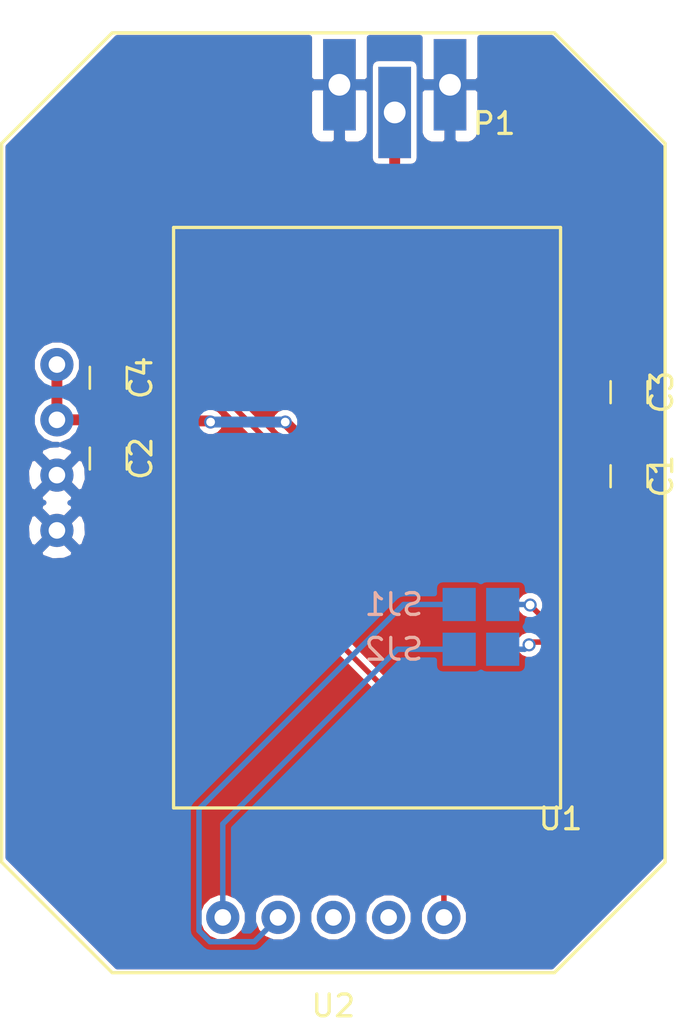
<source format=kicad_pcb>
(kicad_pcb (version 4) (host pcbnew 4.0.7-e2-6376~58~ubuntu16.04.1)

  (general
    (links 33)
    (no_connects 0)
    (area 0 0 0 0)
    (thickness 1.6)
    (drawings 0)
    (tracks 48)
    (zones 0)
    (modules 9)
    (nets 39)
  )

  (page A4)
  (layers
    (0 F.Cu signal)
    (31 B.Cu signal)
    (32 B.Adhes user)
    (33 F.Adhes user)
    (34 B.Paste user)
    (35 F.Paste user)
    (36 B.SilkS user)
    (37 F.SilkS user)
    (38 B.Mask user)
    (39 F.Mask user)
    (40 Dwgs.User user)
    (41 Cmts.User user)
    (42 Eco1.User user)
    (43 Eco2.User user)
    (44 Edge.Cuts user)
    (45 Margin user)
    (46 B.CrtYd user)
    (47 F.CrtYd user)
    (48 B.Fab user)
    (49 F.Fab user)
  )

  (setup
    (last_trace_width 0.25)
    (trace_clearance 0.2)
    (zone_clearance 0.25)
    (zone_45_only no)
    (trace_min 0.2)
    (segment_width 0.2)
    (edge_width 0.15)
    (via_size 0.6)
    (via_drill 0.4)
    (via_min_size 0.4)
    (via_min_drill 0.3)
    (uvia_size 0.3)
    (uvia_drill 0.1)
    (uvias_allowed no)
    (uvia_min_size 0.2)
    (uvia_min_drill 0.1)
    (pcb_text_width 0.3)
    (pcb_text_size 1.5 1.5)
    (mod_edge_width 0.15)
    (mod_text_size 1 1)
    (mod_text_width 0.15)
    (pad_size 1.524 1.524)
    (pad_drill 0.762)
    (pad_to_mask_clearance 0.2)
    (aux_axis_origin 0 0)
    (visible_elements FFFFFF7F)
    (pcbplotparams
      (layerselection 0x00030_80000001)
      (usegerberextensions false)
      (excludeedgelayer true)
      (linewidth 0.100000)
      (plotframeref false)
      (viasonmask false)
      (mode 1)
      (useauxorigin false)
      (hpglpennumber 1)
      (hpglpenspeed 20)
      (hpglpendiameter 15)
      (hpglpenoverlay 2)
      (psnegative false)
      (psa4output false)
      (plotreference true)
      (plotvalue true)
      (plotinvisibletext false)
      (padsonsilk false)
      (subtractmaskfromsilk false)
      (outputformat 1)
      (mirror false)
      (drillshape 1)
      (scaleselection 1)
      (outputdirectory ""))
  )

  (net 0 "")
  (net 1 +3V3)
  (net 2 GND)
  (net 3 "Net-(P1-Pad2)")
  (net 4 "Net-(SJ1-Pad1)")
  (net 5 "Net-(SJ1-Pad2)")
  (net 6 "Net-(SJ2-Pad1)")
  (net 7 "Net-(SJ2-Pad2)")
  (net 8 "Net-(U1-Pad2)")
  (net 9 "Net-(U1-Pad3)")
  (net 10 "Net-(U1-Pad4)")
  (net 11 "Net-(U1-Pad5)")
  (net 12 "Net-(U1-Pad9)")
  (net 13 "Net-(U1-Pad10)")
  (net 14 "Net-(U1-Pad13)")
  (net 15 "Net-(U1-Pad14)")
  (net 16 "Net-(U1-Pad15)")
  (net 17 "Net-(U1-Pad16)")
  (net 18 "Net-(U1-Pad17)")
  (net 19 "Net-(U1-Pad18)")
  (net 20 "Net-(U1-Pad19)")
  (net 21 "Net-(U1-Pad25)")
  (net 22 "Net-(U1-Pad29)")
  (net 23 "Net-(U1-Pad30)")
  (net 24 "Net-(U1-Pad31)")
  (net 25 rn2483_reset)
  (net 26 "Net-(U1-Pad35)")
  (net 27 "Net-(U1-Pad36)")
  (net 28 "Net-(U1-Pad37)")
  (net 29 "Net-(U1-Pad38)")
  (net 30 "Net-(U1-Pad39)")
  (net 31 "Net-(U1-Pad40)")
  (net 32 "Net-(U1-Pad42)")
  (net 33 "Net-(U1-Pad43)")
  (net 34 "Net-(U1-Pad44)")
  (net 35 "Net-(U1-Pad45)")
  (net 36 "Net-(U1-Pad46)")
  (net 37 "Net-(U2-Pad7)")
  (net 38 "Net-(U2-Pad8)")

  (net_class Default "This is the default net class."
    (clearance 0.2)
    (trace_width 0.25)
    (via_dia 0.6)
    (via_drill 0.4)
    (uvia_dia 0.3)
    (uvia_drill 0.1)
    (add_net +3V3)
    (add_net GND)
    (add_net "Net-(P1-Pad2)")
    (add_net "Net-(SJ1-Pad1)")
    (add_net "Net-(SJ1-Pad2)")
    (add_net "Net-(SJ2-Pad1)")
    (add_net "Net-(SJ2-Pad2)")
    (add_net "Net-(U1-Pad10)")
    (add_net "Net-(U1-Pad13)")
    (add_net "Net-(U1-Pad14)")
    (add_net "Net-(U1-Pad15)")
    (add_net "Net-(U1-Pad16)")
    (add_net "Net-(U1-Pad17)")
    (add_net "Net-(U1-Pad18)")
    (add_net "Net-(U1-Pad19)")
    (add_net "Net-(U1-Pad2)")
    (add_net "Net-(U1-Pad25)")
    (add_net "Net-(U1-Pad29)")
    (add_net "Net-(U1-Pad3)")
    (add_net "Net-(U1-Pad30)")
    (add_net "Net-(U1-Pad31)")
    (add_net "Net-(U1-Pad35)")
    (add_net "Net-(U1-Pad36)")
    (add_net "Net-(U1-Pad37)")
    (add_net "Net-(U1-Pad38)")
    (add_net "Net-(U1-Pad39)")
    (add_net "Net-(U1-Pad4)")
    (add_net "Net-(U1-Pad40)")
    (add_net "Net-(U1-Pad42)")
    (add_net "Net-(U1-Pad43)")
    (add_net "Net-(U1-Pad44)")
    (add_net "Net-(U1-Pad45)")
    (add_net "Net-(U1-Pad46)")
    (add_net "Net-(U1-Pad5)")
    (add_net "Net-(U1-Pad9)")
    (add_net "Net-(U2-Pad7)")
    (add_net "Net-(U2-Pad8)")
    (add_net rn2483_reset)
  )

  (module lorawan_module:SMD_0805 (layer F.Cu) (tedit 58AA8463) (tstamp 5A15C9F6)
    (at 158.1912 97.4852 270)
    (descr "Capacitor SMD 0805, reflow soldering, AVX (see smccp.pdf)")
    (tags "capacitor 0805")
    (path /5A15F382)
    (attr smd)
    (fp_text reference C1 (at 0 -1.5 270) (layer F.SilkS)
      (effects (font (size 1 1) (thickness 0.15)))
    )
    (fp_text value 100n (at 0 1.75 270) (layer F.Fab)
      (effects (font (size 1 1) (thickness 0.15)))
    )
    (fp_text user %R (at 0 -1.5 270) (layer F.Fab)
      (effects (font (size 1 1) (thickness 0.15)))
    )
    (fp_line (start -1 0.62) (end -1 -0.62) (layer F.Fab) (width 0.1))
    (fp_line (start 1 0.62) (end -1 0.62) (layer F.Fab) (width 0.1))
    (fp_line (start 1 -0.62) (end 1 0.62) (layer F.Fab) (width 0.1))
    (fp_line (start -1 -0.62) (end 1 -0.62) (layer F.Fab) (width 0.1))
    (fp_line (start 0.5 -0.85) (end -0.5 -0.85) (layer F.SilkS) (width 0.12))
    (fp_line (start -0.5 0.85) (end 0.5 0.85) (layer F.SilkS) (width 0.12))
    (fp_line (start -1.75 -0.88) (end 1.75 -0.88) (layer F.CrtYd) (width 0.05))
    (fp_line (start -1.75 -0.88) (end -1.75 0.87) (layer F.CrtYd) (width 0.05))
    (fp_line (start 1.75 0.87) (end 1.75 -0.88) (layer F.CrtYd) (width 0.05))
    (fp_line (start 1.75 0.87) (end -1.75 0.87) (layer F.CrtYd) (width 0.05))
    (pad 1 smd rect (at -1 0 270) (size 1 1.25) (layers F.Cu F.Paste F.Mask)
      (net 1 +3V3))
    (pad 2 smd rect (at 1 0 270) (size 1 1.25) (layers F.Cu F.Paste F.Mask)
      (net 2 GND))
    (model Capacitors_SMD.3dshapes/C_0805.wrl
      (at (xyz 0 0 0))
      (scale (xyz 1 1 1))
      (rotate (xyz 0 0 0))
    )
  )

  (module lorawan_module:SMD_0805 (layer F.Cu) (tedit 58AA8463) (tstamp 5A15C9FC)
    (at 134.2644 96.6724 270)
    (descr "Capacitor SMD 0805, reflow soldering, AVX (see smccp.pdf)")
    (tags "capacitor 0805")
    (path /5A15F2E0)
    (attr smd)
    (fp_text reference C2 (at 0 -1.5 270) (layer F.SilkS)
      (effects (font (size 1 1) (thickness 0.15)))
    )
    (fp_text value 56p (at 0 1.75 270) (layer F.Fab)
      (effects (font (size 1 1) (thickness 0.15)))
    )
    (fp_text user %R (at 0 -1.5 270) (layer F.Fab)
      (effects (font (size 1 1) (thickness 0.15)))
    )
    (fp_line (start -1 0.62) (end -1 -0.62) (layer F.Fab) (width 0.1))
    (fp_line (start 1 0.62) (end -1 0.62) (layer F.Fab) (width 0.1))
    (fp_line (start 1 -0.62) (end 1 0.62) (layer F.Fab) (width 0.1))
    (fp_line (start -1 -0.62) (end 1 -0.62) (layer F.Fab) (width 0.1))
    (fp_line (start 0.5 -0.85) (end -0.5 -0.85) (layer F.SilkS) (width 0.12))
    (fp_line (start -0.5 0.85) (end 0.5 0.85) (layer F.SilkS) (width 0.12))
    (fp_line (start -1.75 -0.88) (end 1.75 -0.88) (layer F.CrtYd) (width 0.05))
    (fp_line (start -1.75 -0.88) (end -1.75 0.87) (layer F.CrtYd) (width 0.05))
    (fp_line (start 1.75 0.87) (end 1.75 -0.88) (layer F.CrtYd) (width 0.05))
    (fp_line (start 1.75 0.87) (end -1.75 0.87) (layer F.CrtYd) (width 0.05))
    (pad 1 smd rect (at -1 0 270) (size 1 1.25) (layers F.Cu F.Paste F.Mask)
      (net 1 +3V3))
    (pad 2 smd rect (at 1 0 270) (size 1 1.25) (layers F.Cu F.Paste F.Mask)
      (net 2 GND))
    (model Capacitors_SMD.3dshapes/C_0805.wrl
      (at (xyz 0 0 0))
      (scale (xyz 1 1 1))
      (rotate (xyz 0 0 0))
    )
  )

  (module lorawan_module:SMD_0805 (layer F.Cu) (tedit 58AA8463) (tstamp 5A15CA02)
    (at 158.1912 93.6244 270)
    (descr "Capacitor SMD 0805, reflow soldering, AVX (see smccp.pdf)")
    (tags "capacitor 0805")
    (path /5A15F25C)
    (attr smd)
    (fp_text reference C3 (at 0 -1.5 270) (layer F.SilkS)
      (effects (font (size 1 1) (thickness 0.15)))
    )
    (fp_text value 56p (at 0 1.75 270) (layer F.Fab)
      (effects (font (size 1 1) (thickness 0.15)))
    )
    (fp_text user %R (at 0 -1.5 270) (layer F.Fab)
      (effects (font (size 1 1) (thickness 0.15)))
    )
    (fp_line (start -1 0.62) (end -1 -0.62) (layer F.Fab) (width 0.1))
    (fp_line (start 1 0.62) (end -1 0.62) (layer F.Fab) (width 0.1))
    (fp_line (start 1 -0.62) (end 1 0.62) (layer F.Fab) (width 0.1))
    (fp_line (start -1 -0.62) (end 1 -0.62) (layer F.Fab) (width 0.1))
    (fp_line (start 0.5 -0.85) (end -0.5 -0.85) (layer F.SilkS) (width 0.12))
    (fp_line (start -0.5 0.85) (end 0.5 0.85) (layer F.SilkS) (width 0.12))
    (fp_line (start -1.75 -0.88) (end 1.75 -0.88) (layer F.CrtYd) (width 0.05))
    (fp_line (start -1.75 -0.88) (end -1.75 0.87) (layer F.CrtYd) (width 0.05))
    (fp_line (start 1.75 0.87) (end 1.75 -0.88) (layer F.CrtYd) (width 0.05))
    (fp_line (start 1.75 0.87) (end -1.75 0.87) (layer F.CrtYd) (width 0.05))
    (pad 1 smd rect (at -1 0 270) (size 1 1.25) (layers F.Cu F.Paste F.Mask)
      (net 2 GND))
    (pad 2 smd rect (at 1 0 270) (size 1 1.25) (layers F.Cu F.Paste F.Mask)
      (net 1 +3V3))
    (model Capacitors_SMD.3dshapes/C_0805.wrl
      (at (xyz 0 0 0))
      (scale (xyz 1 1 1))
      (rotate (xyz 0 0 0))
    )
  )

  (module lorawan_module:SMD_0805 (layer F.Cu) (tedit 58AA8463) (tstamp 5A15CA08)
    (at 134.2644 92.964 270)
    (descr "Capacitor SMD 0805, reflow soldering, AVX (see smccp.pdf)")
    (tags "capacitor 0805")
    (path /5A15F2B2)
    (attr smd)
    (fp_text reference C4 (at 0 -1.5 270) (layer F.SilkS)
      (effects (font (size 1 1) (thickness 0.15)))
    )
    (fp_text value 100n (at 0 1.75 270) (layer F.Fab)
      (effects (font (size 1 1) (thickness 0.15)))
    )
    (fp_text user %R (at 0 -1.5 270) (layer F.Fab)
      (effects (font (size 1 1) (thickness 0.15)))
    )
    (fp_line (start -1 0.62) (end -1 -0.62) (layer F.Fab) (width 0.1))
    (fp_line (start 1 0.62) (end -1 0.62) (layer F.Fab) (width 0.1))
    (fp_line (start 1 -0.62) (end 1 0.62) (layer F.Fab) (width 0.1))
    (fp_line (start -1 -0.62) (end 1 -0.62) (layer F.Fab) (width 0.1))
    (fp_line (start 0.5 -0.85) (end -0.5 -0.85) (layer F.SilkS) (width 0.12))
    (fp_line (start -0.5 0.85) (end 0.5 0.85) (layer F.SilkS) (width 0.12))
    (fp_line (start -1.75 -0.88) (end 1.75 -0.88) (layer F.CrtYd) (width 0.05))
    (fp_line (start -1.75 -0.88) (end -1.75 0.87) (layer F.CrtYd) (width 0.05))
    (fp_line (start 1.75 0.87) (end 1.75 -0.88) (layer F.CrtYd) (width 0.05))
    (fp_line (start 1.75 0.87) (end -1.75 0.87) (layer F.CrtYd) (width 0.05))
    (pad 1 smd rect (at -1 0 270) (size 1 1.25) (layers F.Cu F.Paste F.Mask)
      (net 2 GND))
    (pad 2 smd rect (at 1 0 270) (size 1 1.25) (layers F.Cu F.Paste F.Mask)
      (net 1 +3V3))
    (model Capacitors_SMD.3dshapes/C_0805.wrl
      (at (xyz 0 0 0))
      (scale (xyz 1 1 1))
      (rotate (xyz 0 0 0))
    )
  )

  (module lorawan_module:sma_conn (layer F.Cu) (tedit 59158A7E) (tstamp 5A15CA0F)
    (at 147.4216 80.899)
    (path /5A15F860)
    (fp_text reference P1 (at 4.572 0.381) (layer F.SilkS)
      (effects (font (size 1 1) (thickness 0.15)))
    )
    (fp_text value SMA_mini (at 0.127 -4.445) (layer F.Fab)
      (effects (font (size 1 1) (thickness 0.15)))
    )
    (pad 1 thru_hole rect (at -2.54 -1.397) (size 1.5 4.2) (drill 1) (layers *.Cu *.Mask)
      (net 2 GND))
    (pad 2 thru_hole rect (at 0 -0.127) (size 1.5 4.2) (drill 1) (layers *.Cu *.Mask)
      (net 3 "Net-(P1-Pad2)"))
    (pad 3 thru_hole rect (at 2.54 -1.397) (size 1.5 4.2) (drill 1) (layers *.Cu *.Mask)
      (net 2 GND))
  )

  (module lorawan_module:RN2483_top (layer F.Cu) (tedit 58E5278E) (tstamp 5A15CA4E)
    (at 137.2616 112.7252)
    (path /5A15BEEC)
    (fp_text reference U1 (at 17.78 0.5) (layer F.SilkS)
      (effects (font (size 1 1) (thickness 0.15)))
    )
    (fp_text value RN2483 (at 17.78 -0.5) (layer F.Fab)
      (effects (font (size 1 1) (thickness 0.15)))
    )
    (fp_line (start 0 0) (end 17.78 0) (layer F.SilkS) (width 0.15))
    (fp_line (start 17.78 0) (end 17.78 -26.67) (layer F.SilkS) (width 0.15))
    (fp_line (start 17.78 -26.67) (end 0 -26.67) (layer F.SilkS) (width 0.15))
    (fp_line (start 0 -26.67) (end 0 0) (layer F.SilkS) (width 0.15))
    (pad 1 smd rect (at 18.415 -1.27) (size 1.8 1) (layers F.Cu F.Paste F.Mask)
      (net 2 GND))
    (pad 2 smd rect (at 18.415 -2.54) (size 1.8 1) (layers F.Cu F.Paste F.Mask)
      (net 8 "Net-(U1-Pad2)"))
    (pad 3 smd rect (at 18.415 -3.81) (size 1.8 1) (layers F.Cu F.Paste F.Mask)
      (net 9 "Net-(U1-Pad3)"))
    (pad 4 smd rect (at 18.415 -5.08) (size 1.8 1) (layers F.Cu F.Paste F.Mask)
      (net 10 "Net-(U1-Pad4)"))
    (pad 5 smd rect (at 18.415 -6.35) (size 1.8 1) (layers F.Cu F.Paste F.Mask)
      (net 11 "Net-(U1-Pad5)"))
    (pad 6 smd rect (at 18.415 -7.62) (size 1.8 1) (layers F.Cu F.Paste F.Mask)
      (net 6 "Net-(SJ2-Pad1)"))
    (pad 7 smd rect (at 18.415 -8.89) (size 1.8 1) (layers F.Cu F.Paste F.Mask)
      (net 4 "Net-(SJ1-Pad1)"))
    (pad 8 smd rect (at 18.415 -10.16) (size 1.8 1) (layers F.Cu F.Paste F.Mask)
      (net 2 GND))
    (pad 9 smd rect (at 18.415 -11.43) (size 1.8 1) (layers F.Cu F.Paste F.Mask)
      (net 12 "Net-(U1-Pad9)"))
    (pad 10 smd rect (at 18.415 -12.7) (size 1.8 1) (layers F.Cu F.Paste F.Mask)
      (net 13 "Net-(U1-Pad10)"))
    (pad 11 smd rect (at 18.415 -13.97) (size 1.8 1) (layers F.Cu F.Paste F.Mask)
      (net 2 GND))
    (pad 12 smd rect (at 18.415 -15.24) (size 1.8 1) (layers F.Cu F.Paste F.Mask)
      (net 1 +3V3))
    (pad 13 smd rect (at 18.415 -16.51) (size 1.8 1) (layers F.Cu F.Paste F.Mask)
      (net 14 "Net-(U1-Pad13)"))
    (pad 14 smd rect (at 18.415 -17.78) (size 1.8 1) (layers F.Cu F.Paste F.Mask)
      (net 15 "Net-(U1-Pad14)"))
    (pad 15 smd rect (at 18.415 -19.05) (size 1.8 1) (layers F.Cu F.Paste F.Mask)
      (net 16 "Net-(U1-Pad15)"))
    (pad 16 smd rect (at 18.415 -20.32) (size 1.8 1) (layers F.Cu F.Paste F.Mask)
      (net 17 "Net-(U1-Pad16)"))
    (pad 17 smd rect (at 18.415 -21.59) (size 1.8 1) (layers F.Cu F.Paste F.Mask)
      (net 18 "Net-(U1-Pad17)"))
    (pad 18 smd rect (at 18.415 -22.86) (size 1.8 1) (layers F.Cu F.Paste F.Mask)
      (net 19 "Net-(U1-Pad18)"))
    (pad 19 smd rect (at 18.415 -24.13) (size 1.8 1) (layers F.Cu F.Paste F.Mask)
      (net 20 "Net-(U1-Pad19)"))
    (pad 20 smd rect (at 18.415 -25.4) (size 1.8 1) (layers F.Cu F.Paste F.Mask)
      (net 2 GND))
    (pad 21 smd rect (at 12.7 -27.305) (size 1 1.8) (layers F.Cu F.Paste F.Mask)
      (net 2 GND))
    (pad 22 smd rect (at 11.43 -27.305) (size 1 1.8) (layers F.Cu F.Paste F.Mask)
      (net 2 GND))
    (pad 23 smd rect (at 10.16 -27.305) (size 1 1.8) (layers F.Cu F.Paste F.Mask)
      (net 3 "Net-(P1-Pad2)"))
    (pad 24 smd rect (at 8.89 -27.305) (size 1 1.8) (layers F.Cu F.Paste F.Mask)
      (net 2 GND))
    (pad 25 smd rect (at 7.62 -27.305) (size 1 1.8) (layers F.Cu F.Paste F.Mask)
      (net 21 "Net-(U1-Pad25)"))
    (pad 26 smd rect (at 6.35 -27.305) (size 1 1.8) (layers F.Cu F.Paste F.Mask)
      (net 2 GND))
    (pad 27 smd rect (at 5.08 -27.305) (size 1 1.8) (layers F.Cu F.Paste F.Mask)
      (net 2 GND))
    (pad 28 smd rect (at -0.635 -25.4) (size 1.8 1) (layers F.Cu F.Paste F.Mask)
      (net 2 GND))
    (pad 29 smd rect (at -0.635 -24.13) (size 1.8 1) (layers F.Cu F.Paste F.Mask)
      (net 22 "Net-(U1-Pad29)"))
    (pad 30 smd rect (at -0.635 -22.86) (size 1.8 1) (layers F.Cu F.Paste F.Mask)
      (net 23 "Net-(U1-Pad30)"))
    (pad 31 smd rect (at -0.635 -21.59) (size 1.8 1) (layers F.Cu F.Paste F.Mask)
      (net 24 "Net-(U1-Pad31)"))
    (pad 32 smd rect (at -0.635 -20.32) (size 1.8 1) (layers F.Cu F.Paste F.Mask)
      (net 25 rn2483_reset))
    (pad 33 smd rect (at -0.635 -19.05) (size 1.8 1) (layers F.Cu F.Paste F.Mask)
      (net 2 GND))
    (pad 34 smd rect (at -0.635 -17.78) (size 1.8 1) (layers F.Cu F.Paste F.Mask)
      (net 1 +3V3))
    (pad 35 smd rect (at -0.635 -16.51) (size 1.8 1) (layers F.Cu F.Paste F.Mask)
      (net 26 "Net-(U1-Pad35)"))
    (pad 36 smd rect (at -0.635 -15.24) (size 1.8 1) (layers F.Cu F.Paste F.Mask)
      (net 27 "Net-(U1-Pad36)"))
    (pad 37 smd rect (at -0.635 -13.97) (size 1.8 1) (layers F.Cu F.Paste F.Mask)
      (net 28 "Net-(U1-Pad37)"))
    (pad 38 smd rect (at -0.635 -12.7) (size 1.8 1) (layers F.Cu F.Paste F.Mask)
      (net 29 "Net-(U1-Pad38)"))
    (pad 39 smd rect (at -0.635 -11.43) (size 1.8 1) (layers F.Cu F.Paste F.Mask)
      (net 30 "Net-(U1-Pad39)"))
    (pad 40 smd rect (at -0.635 -10.16) (size 1.8 1) (layers F.Cu F.Paste F.Mask)
      (net 31 "Net-(U1-Pad40)"))
    (pad 41 smd rect (at -0.635 -8.89) (size 1.8 1) (layers F.Cu F.Paste F.Mask)
      (net 2 GND))
    (pad 42 smd rect (at -0.635 -7.62) (size 1.8 1) (layers F.Cu F.Paste F.Mask)
      (net 32 "Net-(U1-Pad42)"))
    (pad 43 smd rect (at -0.635 -6.35) (size 1.8 1) (layers F.Cu F.Paste F.Mask)
      (net 33 "Net-(U1-Pad43)"))
    (pad 44 smd rect (at -0.635 -5.08) (size 1.8 1) (layers F.Cu F.Paste F.Mask)
      (net 34 "Net-(U1-Pad44)"))
    (pad 45 smd rect (at -0.635 -3.81) (size 1.8 1) (layers F.Cu F.Paste F.Mask)
      (net 35 "Net-(U1-Pad45)"))
    (pad 46 smd rect (at -0.635 -2.54) (size 1.8 1) (layers F.Cu F.Paste F.Mask)
      (net 36 "Net-(U1-Pad46)"))
    (pad 47 smd rect (at -0.635 -1.27) (size 1.8 1) (layers F.Cu F.Paste F.Mask)
      (net 2 GND))
  )

  (module lorawan_module:wireless_footprint (layer F.Cu) (tedit 5933F763) (tstamp 5A15CA5B)
    (at 147.1422 105.0544)
    (path /5A15BF43)
    (fp_text reference U2 (at -2.54 16.764) (layer F.SilkS)
      (effects (font (size 1 1) (thickness 0.15)))
    )
    (fp_text value wireless_patice (at -2.54 -29.21) (layer F.Fab) hide
      (effects (font (size 1 1) (thickness 0.15)))
    )
    (fp_line (start -12.7 -27.94) (end 7.62 -27.94) (layer F.SilkS) (width 0.15))
    (fp_line (start 12.7 10.16) (end 12.7 -22.86) (layer F.SilkS) (width 0.15))
    (fp_line (start -12.7 15.24) (end 7.62 15.24) (layer F.SilkS) (width 0.15))
    (fp_line (start -17.78 -22.86) (end -17.78 10.16) (layer F.SilkS) (width 0.15))
    (fp_line (start -12.7 15.24) (end -17.78 10.16) (layer F.SilkS) (width 0.15))
    (fp_line (start 7.62 15.24) (end 12.7 10.16) (layer F.SilkS) (width 0.15))
    (fp_line (start 7.62 -27.94) (end 12.7 -22.86) (layer F.SilkS) (width 0.15))
    (fp_line (start -17.78 -22.86) (end -12.7 -27.94) (layer F.SilkS) (width 0.15))
    (pad 1 thru_hole circle (at -15.24 -12.7) (size 1.524 1.524) (drill 0.762) (layers *.Cu *.Mask)
      (net 1 +3V3))
    (pad 2 thru_hole circle (at -15.24 -10.16) (size 1.524 1.524) (drill 0.762) (layers *.Cu *.Mask)
      (net 1 +3V3))
    (pad 3 thru_hole circle (at -15.24 -7.62) (size 1.524 1.524) (drill 0.762) (layers *.Cu *.Mask)
      (net 2 GND))
    (pad 4 thru_hole circle (at -15.24 -5.08) (size 1.524 1.524) (drill 0.762) (layers *.Cu *.Mask)
      (net 2 GND))
    (pad 5 thru_hole circle (at -7.62 12.7) (size 1.524 1.524) (drill 0.762) (layers *.Cu *.Mask)
      (net 7 "Net-(SJ2-Pad2)"))
    (pad 6 thru_hole circle (at -5.08 12.7) (size 1.524 1.524) (drill 0.762) (layers *.Cu *.Mask)
      (net 5 "Net-(SJ1-Pad2)"))
    (pad 7 thru_hole circle (at -2.54 12.7) (size 1.524 1.524) (drill 0.762) (layers *.Cu *.Mask)
      (net 37 "Net-(U2-Pad7)"))
    (pad 8 thru_hole circle (at 0 12.7) (size 1.524 1.524) (drill 0.762) (layers *.Cu *.Mask)
      (net 38 "Net-(U2-Pad8)"))
    (pad 9 thru_hole circle (at 2.54 12.7) (size 1.524 1.524) (drill 0.762) (layers *.Cu *.Mask)
      (net 25 rn2483_reset))
  )

  (module lorawan_module:solder_jumper_bott (layer F.Cu) (tedit 5933F0D1) (tstamp 5A15CC56)
    (at 151.384 103.378 180)
    (path /5A15F19C)
    (fp_text reference SJ1 (at 4 0 180) (layer B.SilkS)
      (effects (font (size 1 1) (thickness 0.15)) (justify mirror))
    )
    (fp_text value solder_jumper (at 0 3.5 180) (layer F.Fab) hide
      (effects (font (size 1 1) (thickness 0.15)))
    )
    (pad 1 smd rect (at -1 0 180) (size 1.524 1.524) (layers B.Cu B.Paste B.Mask)
      (net 4 "Net-(SJ1-Pad1)"))
    (pad 2 smd rect (at 1 0 180) (size 1.524 1.524) (layers B.Cu B.Paste B.Mask)
      (net 5 "Net-(SJ1-Pad2)"))
  )

  (module lorawan_module:solder_jumper_bott (layer F.Cu) (tedit 5933F0D1) (tstamp 5A15CC5B)
    (at 151.384 105.4354 180)
    (path /5A15F22A)
    (fp_text reference SJ2 (at 4 0 180) (layer B.SilkS)
      (effects (font (size 1 1) (thickness 0.15)) (justify mirror))
    )
    (fp_text value solder_jumper (at 0 3.5 180) (layer F.Fab) hide
      (effects (font (size 1 1) (thickness 0.15)))
    )
    (pad 1 smd rect (at -1 0 180) (size 1.524 1.524) (layers B.Cu B.Paste B.Mask)
      (net 6 "Net-(SJ2-Pad1)"))
    (pad 2 smd rect (at 1 0 180) (size 1.524 1.524) (layers B.Cu B.Paste B.Mask)
      (net 7 "Net-(SJ2-Pad2)"))
  )

  (segment (start 134.2644 93.964) (end 134.4516 93.964) (width 0.5) (layer F.Cu) (net 1))
  (segment (start 134.4516 93.964) (end 135.4328 94.9452) (width 0.5) (layer F.Cu) (net 1) (tstamp 5A15CC1A))
  (segment (start 135.4328 94.9452) (end 136.6266 94.9452) (width 0.5) (layer F.Cu) (net 1) (tstamp 5A15CC1B))
  (segment (start 133.334 94.8944) (end 133.4864 94.8944) (width 0.5) (layer F.Cu) (net 1))
  (segment (start 133.4864 94.8944) (end 134.2644 95.6724) (width 0.5) (layer F.Cu) (net 1) (tstamp 5A15CC17))
  (segment (start 131.9022 94.8944) (end 133.334 94.8944) (width 0.5) (layer F.Cu) (net 1))
  (segment (start 133.334 94.8944) (end 134.2644 93.964) (width 0.5) (layer F.Cu) (net 1) (tstamp 5A15CC14))
  (segment (start 131.9022 92.3544) (end 131.9022 94.8944) (width 0.5) (layer F.Cu) (net 1))
  (segment (start 155.6766 97.4852) (end 144.8816 97.4852) (width 0.5) (layer F.Cu) (net 1))
  (segment (start 138.9126 94.9452) (end 136.6266 94.9452) (width 0.5) (layer F.Cu) (net 1) (tstamp 5A15CC0B))
  (segment (start 138.9634 94.996) (end 138.9126 94.9452) (width 0.5) (layer F.Cu) (net 1) (tstamp 5A15CC0A))
  (via (at 138.9634 94.996) (size 0.6) (drill 0.4) (layers F.Cu B.Cu) (net 1))
  (segment (start 142.3924 94.996) (end 138.9634 94.996) (width 0.5) (layer B.Cu) (net 1) (tstamp 5A15CC07))
  (via (at 142.3924 94.996) (size 0.6) (drill 0.4) (layers F.Cu B.Cu) (net 1))
  (segment (start 144.8816 97.4852) (end 142.3924 94.996) (width 0.5) (layer F.Cu) (net 1) (tstamp 5A15CC04))
  (segment (start 155.6766 97.4852) (end 156.8704 97.4852) (width 0.5) (layer F.Cu) (net 1))
  (segment (start 156.8704 97.4852) (end 157.8704 96.4852) (width 0.5) (layer F.Cu) (net 1) (tstamp 5A15CBFF))
  (segment (start 157.8704 96.4852) (end 158.1912 96.4852) (width 0.5) (layer F.Cu) (net 1) (tstamp 5A15CC00))
  (segment (start 158.1912 96.4852) (end 158.1912 94.6244) (width 0.5) (layer F.Cu) (net 1))
  (segment (start 158.1912 96.4852) (end 157.718 96.4852) (width 0.25) (layer F.Cu) (net 1))
  (segment (start 134.2644 95.6724) (end 134.5786 95.6724) (width 0.25) (layer F.Cu) (net 1))
  (segment (start 147.4216 85.4202) (end 147.4216 80.772) (width 0.5) (layer F.Cu) (net 3))
  (segment (start 155.6766 103.8352) (end 154.0764 103.8352) (width 0.25) (layer F.Cu) (net 4))
  (segment (start 153.6192 103.378) (end 151.9555 103.378) (width 0.25) (layer B.Cu) (net 4) (tstamp 5A15CBA6))
  (segment (start 153.6446 103.4034) (end 153.6192 103.378) (width 0.25) (layer B.Cu) (net 4) (tstamp 5A15CBA5))
  (via (at 153.6446 103.4034) (size 0.6) (drill 0.4) (layers F.Cu B.Cu) (net 4))
  (segment (start 154.0764 103.8352) (end 153.6446 103.4034) (width 0.25) (layer F.Cu) (net 4) (tstamp 5A15CBA3))
  (segment (start 142.0622 117.7544) (end 142.0622 117.7798) (width 0.25) (layer B.Cu) (net 5))
  (segment (start 142.0622 117.7798) (end 140.97 118.872) (width 0.25) (layer B.Cu) (net 5) (tstamp 5A15CC77))
  (segment (start 140.97 118.872) (end 138.938 118.872) (width 0.25) (layer B.Cu) (net 5) (tstamp 5A15CC78))
  (segment (start 138.938 118.872) (end 138.43 118.364) (width 0.25) (layer B.Cu) (net 5) (tstamp 5A15CC7A))
  (segment (start 138.43 118.364) (end 138.43 112.776) (width 0.25) (layer B.Cu) (net 5) (tstamp 5A15CC7C))
  (segment (start 138.43 112.776) (end 147.828 103.378) (width 0.25) (layer B.Cu) (net 5) (tstamp 5A15CC7D))
  (segment (start 147.828 103.378) (end 150.384 103.378) (width 0.25) (layer B.Cu) (net 5) (tstamp 5A15CC7F))
  (segment (start 151.9555 105.4354) (end 153.3906 105.4354) (width 0.25) (layer B.Cu) (net 6))
  (segment (start 153.7208 105.1052) (end 155.6766 105.1052) (width 0.25) (layer F.Cu) (net 6) (tstamp 5A15CBAC))
  (segment (start 153.5938 105.2322) (end 153.7208 105.1052) (width 0.25) (layer F.Cu) (net 6) (tstamp 5A15CBAB))
  (via (at 153.5938 105.2322) (size 0.6) (drill 0.4) (layers F.Cu B.Cu) (net 6))
  (segment (start 153.3906 105.4354) (end 153.5938 105.2322) (width 0.25) (layer B.Cu) (net 6) (tstamp 5A15CBA9))
  (segment (start 139.5222 117.7544) (end 139.5222 113.4618) (width 0.25) (layer B.Cu) (net 7))
  (segment (start 147.5486 105.4354) (end 150.384 105.4354) (width 0.25) (layer B.Cu) (net 7) (tstamp 5A15CC73))
  (segment (start 139.5222 113.4618) (end 147.5486 105.4354) (width 0.25) (layer B.Cu) (net 7) (tstamp 5A15CC71))
  (segment (start 139.5222 117.7544) (end 139.573 117.7544) (width 0.25) (layer B.Cu) (net 7))
  (segment (start 149.6822 117.7544) (end 149.6822 109.9566) (width 0.25) (layer F.Cu) (net 25))
  (segment (start 138.1252 92.4052) (end 136.6266 92.4052) (width 0.25) (layer F.Cu) (net 25) (tstamp 5A15CBC6))
  (segment (start 141.605 95.885) (end 138.1252 92.4052) (width 0.25) (layer F.Cu) (net 25) (tstamp 5A15CBC4))
  (segment (start 141.605 101.8794) (end 141.605 95.885) (width 0.25) (layer F.Cu) (net 25) (tstamp 5A15CBC2))
  (segment (start 149.6822 109.9566) (end 141.605 101.8794) (width 0.25) (layer F.Cu) (net 25) (tstamp 5A15CBC0))

  (zone (net 2) (net_name GND) (layer F.Cu) (tstamp 5A15CC1E) (hatch edge 0.508)
    (connect_pads thru_hole_only (clearance 0.25))
    (min_thickness 0.254)
    (fill yes (arc_segments 16) (thermal_gap 0.508) (thermal_bridge_width 0.508))
    (polygon
      (pts
        (xy 134.62 120.142) (xy 154.686 120.142) (xy 159.766 115.062) (xy 159.766 82.296) (xy 154.686 77.216)
        (xy 134.62 77.216) (xy 129.54 82.296) (xy 129.54 115.062)
      )
    )
    (filled_polygon
      (pts
        (xy 143.4966 79.21625) (xy 143.65535 79.375) (xy 144.7546 79.375) (xy 144.7546 79.355) (xy 145.0086 79.355)
        (xy 145.0086 79.375) (xy 146.10785 79.375) (xy 146.2666 79.21625) (xy 146.2666 78.672) (xy 146.287215 78.672)
        (xy 146.287215 82.872) (xy 146.313503 83.011708) (xy 146.39607 83.14002) (xy 146.522053 83.226101) (xy 146.6716 83.256385)
        (xy 146.7946 83.256385) (xy 146.7946 84.159712) (xy 146.781892 84.162103) (xy 146.65358 84.24467) (xy 146.567499 84.370653)
        (xy 146.537215 84.5202) (xy 146.537215 86.3202) (xy 146.563503 86.459908) (xy 146.64607 86.58822) (xy 146.772053 86.674301)
        (xy 146.9216 86.704585) (xy 147.9216 86.704585) (xy 148.061308 86.678297) (xy 148.18962 86.59573) (xy 148.275701 86.469747)
        (xy 148.305985 86.3202) (xy 148.305985 84.5202) (xy 148.279697 84.380492) (xy 148.19713 84.25218) (xy 148.071147 84.166099)
        (xy 148.0486 84.161533) (xy 148.0486 83.256385) (xy 148.1716 83.256385) (xy 148.311308 83.230097) (xy 148.43962 83.14753)
        (xy 148.525701 83.021547) (xy 148.555985 82.872) (xy 148.555985 79.78775) (xy 148.5766 79.78775) (xy 148.5766 81.72831)
        (xy 148.673273 81.961699) (xy 148.851902 82.140327) (xy 149.085291 82.237) (xy 149.67585 82.237) (xy 149.8346 82.07825)
        (xy 149.8346 79.629) (xy 150.0886 79.629) (xy 150.0886 82.07825) (xy 150.24735 82.237) (xy 150.837909 82.237)
        (xy 151.071298 82.140327) (xy 151.249927 81.961699) (xy 151.3466 81.72831) (xy 151.3466 79.78775) (xy 151.18785 79.629)
        (xy 150.0886 79.629) (xy 149.8346 79.629) (xy 148.73535 79.629) (xy 148.5766 79.78775) (xy 148.555985 79.78775)
        (xy 148.555985 78.672) (xy 148.529697 78.532292) (xy 148.44713 78.40398) (xy 148.321147 78.317899) (xy 148.1716 78.287615)
        (xy 146.6716 78.287615) (xy 146.531892 78.313903) (xy 146.40358 78.39647) (xy 146.317499 78.522453) (xy 146.287215 78.672)
        (xy 146.2666 78.672) (xy 146.2666 77.343) (xy 148.5766 77.343) (xy 148.5766 79.21625) (xy 148.73535 79.375)
        (xy 149.8346 79.375) (xy 149.8346 79.355) (xy 150.0886 79.355) (xy 150.0886 79.375) (xy 151.18785 79.375)
        (xy 151.3466 79.21625) (xy 151.3466 77.343) (xy 154.633394 77.343) (xy 159.639 82.348606) (xy 159.639 115.009394)
        (xy 154.633394 120.015) (xy 134.672606 120.015) (xy 132.637573 117.979967) (xy 138.383003 117.979967) (xy 138.55604 118.398749)
        (xy 138.876166 118.719434) (xy 139.294645 118.893202) (xy 139.747767 118.893597) (xy 140.166549 118.72056) (xy 140.487234 118.400434)
        (xy 140.661002 117.981955) (xy 140.661003 117.979967) (xy 140.923003 117.979967) (xy 141.09604 118.398749) (xy 141.416166 118.719434)
        (xy 141.834645 118.893202) (xy 142.287767 118.893597) (xy 142.706549 118.72056) (xy 143.027234 118.400434) (xy 143.201002 117.981955)
        (xy 143.201003 117.979967) (xy 143.463003 117.979967) (xy 143.63604 118.398749) (xy 143.956166 118.719434) (xy 144.374645 118.893202)
        (xy 144.827767 118.893597) (xy 145.246549 118.72056) (xy 145.567234 118.400434) (xy 145.741002 117.981955) (xy 145.741003 117.979967)
        (xy 146.003003 117.979967) (xy 146.17604 118.398749) (xy 146.496166 118.719434) (xy 146.914645 118.893202) (xy 147.367767 118.893597)
        (xy 147.786549 118.72056) (xy 148.107234 118.400434) (xy 148.281002 117.981955) (xy 148.281397 117.528833) (xy 148.10836 117.110051)
        (xy 147.788234 116.789366) (xy 147.369755 116.615598) (xy 146.916633 116.615203) (xy 146.497851 116.78824) (xy 146.177166 117.108366)
        (xy 146.003398 117.526845) (xy 146.003003 117.979967) (xy 145.741003 117.979967) (xy 145.741397 117.528833) (xy 145.56836 117.110051)
        (xy 145.248234 116.789366) (xy 144.829755 116.615598) (xy 144.376633 116.615203) (xy 143.957851 116.78824) (xy 143.637166 117.108366)
        (xy 143.463398 117.526845) (xy 143.463003 117.979967) (xy 143.201003 117.979967) (xy 143.201397 117.528833) (xy 143.02836 117.110051)
        (xy 142.708234 116.789366) (xy 142.289755 116.615598) (xy 141.836633 116.615203) (xy 141.417851 116.78824) (xy 141.097166 117.108366)
        (xy 140.923398 117.526845) (xy 140.923003 117.979967) (xy 140.661003 117.979967) (xy 140.661397 117.528833) (xy 140.48836 117.110051)
        (xy 140.168234 116.789366) (xy 139.749755 116.615598) (xy 139.296633 116.615203) (xy 138.877851 116.78824) (xy 138.557166 117.108366)
        (xy 138.383398 117.526845) (xy 138.383003 117.979967) (xy 132.637573 117.979967) (xy 129.667 115.009394) (xy 129.667 104.6052)
        (xy 135.342215 104.6052) (xy 135.342215 105.6052) (xy 135.368503 105.744908) (xy 135.368577 105.745022) (xy 135.342215 105.8752)
        (xy 135.342215 106.8752) (xy 135.368503 107.014908) (xy 135.368577 107.015022) (xy 135.342215 107.1452) (xy 135.342215 108.1452)
        (xy 135.368503 108.284908) (xy 135.368577 108.285022) (xy 135.342215 108.4152) (xy 135.342215 109.4152) (xy 135.368503 109.554908)
        (xy 135.368577 109.555022) (xy 135.342215 109.6852) (xy 135.342215 110.6852) (xy 135.368503 110.824908) (xy 135.45107 110.95322)
        (xy 135.577053 111.039301) (xy 135.7266 111.069585) (xy 137.5266 111.069585) (xy 137.666308 111.043297) (xy 137.79462 110.96073)
        (xy 137.880701 110.834747) (xy 137.910985 110.6852) (xy 137.910985 109.6852) (xy 137.884697 109.545492) (xy 137.884623 109.545378)
        (xy 137.910985 109.4152) (xy 137.910985 108.4152) (xy 137.884697 108.275492) (xy 137.884623 108.275378) (xy 137.910985 108.1452)
        (xy 137.910985 107.1452) (xy 137.884697 107.005492) (xy 137.884623 107.005378) (xy 137.910985 106.8752) (xy 137.910985 105.8752)
        (xy 137.884697 105.735492) (xy 137.884623 105.735378) (xy 137.910985 105.6052) (xy 137.910985 104.6052) (xy 137.884697 104.465492)
        (xy 137.80213 104.33718) (xy 137.676147 104.251099) (xy 137.5266 104.220815) (xy 135.7266 104.220815) (xy 135.586892 104.247103)
        (xy 135.45858 104.32967) (xy 135.372499 104.455653) (xy 135.342215 104.6052) (xy 129.667 104.6052) (xy 129.667 100.954613)
        (xy 131.101592 100.954613) (xy 131.171057 101.196797) (xy 131.694502 101.383544) (xy 132.249568 101.355762) (xy 132.633343 101.196797)
        (xy 132.702808 100.954613) (xy 131.9022 100.154005) (xy 131.101592 100.954613) (xy 129.667 100.954613) (xy 129.667 99.766702)
        (xy 130.493056 99.766702) (xy 130.520838 100.321768) (xy 130.679803 100.705543) (xy 130.921987 100.775008) (xy 131.722595 99.9744)
        (xy 132.081805 99.9744) (xy 132.882413 100.775008) (xy 133.124597 100.705543) (xy 133.311344 100.182098) (xy 133.283562 99.627032)
        (xy 133.124597 99.243257) (xy 132.882413 99.173792) (xy 132.081805 99.9744) (xy 131.722595 99.9744) (xy 130.921987 99.173792)
        (xy 130.679803 99.243257) (xy 130.493056 99.766702) (xy 129.667 99.766702) (xy 129.667 98.414613) (xy 131.101592 98.414613)
        (xy 131.171057 98.656797) (xy 131.294544 98.700853) (xy 131.171057 98.752003) (xy 131.101592 98.994187) (xy 131.9022 99.794795)
        (xy 132.702808 98.994187) (xy 132.633343 98.752003) (xy 132.509856 98.707947) (xy 132.633343 98.656797) (xy 132.702808 98.414613)
        (xy 131.9022 97.614005) (xy 131.101592 98.414613) (xy 129.667 98.414613) (xy 129.667 97.226702) (xy 130.493056 97.226702)
        (xy 130.520838 97.781768) (xy 130.679803 98.165543) (xy 130.921987 98.235008) (xy 131.722595 97.4344) (xy 132.081805 97.4344)
        (xy 132.882413 98.235008) (xy 133.124597 98.165543) (xy 133.311344 97.642098) (xy 133.283562 97.087032) (xy 133.124597 96.703257)
        (xy 132.882413 96.633792) (xy 132.081805 97.4344) (xy 131.722595 97.4344) (xy 130.921987 96.633792) (xy 130.679803 96.703257)
        (xy 130.493056 97.226702) (xy 129.667 97.226702) (xy 129.667 92.579967) (xy 130.763003 92.579967) (xy 130.93604 92.998749)
        (xy 131.256166 93.319434) (xy 131.2752 93.327338) (xy 131.2752 93.921072) (xy 131.257851 93.92824) (xy 130.937166 94.248366)
        (xy 130.763398 94.666845) (xy 130.763003 95.119967) (xy 130.93604 95.538749) (xy 131.256166 95.859434) (xy 131.674645 96.033202)
        (xy 131.946409 96.033439) (xy 131.554832 96.053038) (xy 131.171057 96.212003) (xy 131.101592 96.454187) (xy 131.9022 97.254795)
        (xy 132.702808 96.454187) (xy 132.633343 96.212003) (xy 132.13032 96.032542) (xy 132.546549 95.86056) (xy 132.867234 95.540434)
        (xy 132.875138 95.5214) (xy 133.226688 95.5214) (xy 133.255015 95.549727) (xy 133.255015 96.1724) (xy 133.281303 96.312108)
        (xy 133.36387 96.44042) (xy 133.489853 96.526501) (xy 133.6394 96.556785) (xy 134.8894 96.556785) (xy 135.029108 96.530497)
        (xy 135.15742 96.44793) (xy 135.243501 96.321947) (xy 135.273785 96.1724) (xy 135.273785 95.54057) (xy 135.363519 95.558419)
        (xy 135.368503 95.584908) (xy 135.368577 95.585022) (xy 135.342215 95.7152) (xy 135.342215 96.7152) (xy 135.368503 96.854908)
        (xy 135.368577 96.855022) (xy 135.342215 96.9852) (xy 135.342215 97.9852) (xy 135.368503 98.124908) (xy 135.368577 98.125022)
        (xy 135.342215 98.2552) (xy 135.342215 99.2552) (xy 135.368503 99.394908) (xy 135.368577 99.395022) (xy 135.342215 99.5252)
        (xy 135.342215 100.5252) (xy 135.368503 100.664908) (xy 135.368577 100.665022) (xy 135.342215 100.7952) (xy 135.342215 101.7952)
        (xy 135.368503 101.934908) (xy 135.368577 101.935022) (xy 135.342215 102.0652) (xy 135.342215 103.0652) (xy 135.368503 103.204908)
        (xy 135.45107 103.33322) (xy 135.577053 103.419301) (xy 135.7266 103.449585) (xy 137.5266 103.449585) (xy 137.666308 103.423297)
        (xy 137.79462 103.34073) (xy 137.880701 103.214747) (xy 137.910985 103.0652) (xy 137.910985 102.0652) (xy 137.884697 101.925492)
        (xy 137.884623 101.925378) (xy 137.910985 101.7952) (xy 137.910985 100.7952) (xy 137.884697 100.655492) (xy 137.884623 100.655378)
        (xy 137.910985 100.5252) (xy 137.910985 99.5252) (xy 137.884697 99.385492) (xy 137.884623 99.385378) (xy 137.910985 99.2552)
        (xy 137.910985 98.2552) (xy 137.884697 98.115492) (xy 137.884623 98.115378) (xy 137.910985 97.9852) (xy 137.910985 96.9852)
        (xy 137.884697 96.845492) (xy 137.884623 96.845378) (xy 137.910985 96.7152) (xy 137.910985 95.7152) (xy 137.884697 95.575492)
        (xy 137.884623 95.575378) (xy 137.885267 95.5722) (xy 138.585676 95.5722) (xy 138.828146 95.672882) (xy 139.097473 95.673117)
        (xy 139.346389 95.570267) (xy 139.536998 95.37999) (xy 139.640282 95.131254) (xy 139.640517 94.861927) (xy 139.537667 94.613011)
        (xy 139.34739 94.422402) (xy 139.098654 94.319118) (xy 138.916416 94.318959) (xy 138.9126 94.3182) (xy 137.887088 94.3182)
        (xy 137.884697 94.305492) (xy 137.80213 94.17718) (xy 137.676147 94.091099) (xy 137.5266 94.060815) (xy 135.7266 94.060815)
        (xy 135.586892 94.087103) (xy 135.510544 94.136232) (xy 135.273785 93.899473) (xy 135.273785 93.464) (xy 135.247497 93.324292)
        (xy 135.16493 93.19598) (xy 135.038947 93.109899) (xy 134.8894 93.079615) (xy 133.6394 93.079615) (xy 133.499692 93.105903)
        (xy 133.37138 93.18847) (xy 133.285299 93.314453) (xy 133.255015 93.464) (xy 133.255015 94.086673) (xy 133.074288 94.2674)
        (xy 132.875528 94.2674) (xy 132.86836 94.250051) (xy 132.548234 93.929366) (xy 132.5292 93.921462) (xy 132.5292 93.327728)
        (xy 132.546549 93.32056) (xy 132.867234 93.000434) (xy 133.041002 92.581955) (xy 133.041397 92.128833) (xy 132.86836 91.710051)
        (xy 132.548234 91.389366) (xy 132.129755 91.215598) (xy 131.676633 91.215203) (xy 131.257851 91.38824) (xy 130.937166 91.708366)
        (xy 130.763398 92.126845) (xy 130.763003 92.579967) (xy 129.667 92.579967) (xy 129.667 88.0952) (xy 135.342215 88.0952)
        (xy 135.342215 89.0952) (xy 135.368503 89.234908) (xy 135.368577 89.235022) (xy 135.342215 89.3652) (xy 135.342215 90.3652)
        (xy 135.368503 90.504908) (xy 135.368577 90.505022) (xy 135.342215 90.6352) (xy 135.342215 91.6352) (xy 135.368503 91.774908)
        (xy 135.368577 91.775022) (xy 135.342215 91.9052) (xy 135.342215 92.9052) (xy 135.368503 93.044908) (xy 135.45107 93.17322)
        (xy 135.577053 93.259301) (xy 135.7266 93.289585) (xy 137.5266 93.289585) (xy 137.666308 93.263297) (xy 137.79462 93.18073)
        (xy 137.880701 93.054747) (xy 137.91058 92.9072) (xy 137.917264 92.9072) (xy 141.103 96.092935) (xy 141.103 101.879395)
        (xy 141.102999 101.8794) (xy 141.141212 102.071507) (xy 141.250032 102.234368) (xy 149.1802 110.164535) (xy 149.1802 116.729423)
        (xy 149.037851 116.78824) (xy 148.717166 117.108366) (xy 148.543398 117.526845) (xy 148.543003 117.979967) (xy 148.71604 118.398749)
        (xy 149.036166 118.719434) (xy 149.454645 118.893202) (xy 149.907767 118.893597) (xy 150.326549 118.72056) (xy 150.647234 118.400434)
        (xy 150.821002 117.981955) (xy 150.821397 117.528833) (xy 150.64836 117.110051) (xy 150.328234 116.789366) (xy 150.1842 116.729558)
        (xy 150.1842 109.956605) (xy 150.184201 109.9566) (xy 150.145988 109.764493) (xy 150.091683 109.68322) (xy 150.037168 109.601632)
        (xy 150.037165 109.60163) (xy 145.801809 105.366273) (xy 152.916683 105.366273) (xy 153.019533 105.615189) (xy 153.20981 105.805798)
        (xy 153.458546 105.909082) (xy 153.727873 105.909317) (xy 153.976789 105.806467) (xy 154.167398 105.61619) (xy 154.171131 105.6072)
        (xy 154.392591 105.6072) (xy 154.418503 105.744908) (xy 154.418577 105.745022) (xy 154.392215 105.8752) (xy 154.392215 106.8752)
        (xy 154.418503 107.014908) (xy 154.418577 107.015022) (xy 154.392215 107.1452) (xy 154.392215 108.1452) (xy 154.418503 108.284908)
        (xy 154.418577 108.285022) (xy 154.392215 108.4152) (xy 154.392215 109.4152) (xy 154.418503 109.554908) (xy 154.418577 109.555022)
        (xy 154.392215 109.6852) (xy 154.392215 110.6852) (xy 154.418503 110.824908) (xy 154.50107 110.95322) (xy 154.627053 111.039301)
        (xy 154.7766 111.069585) (xy 156.5766 111.069585) (xy 156.716308 111.043297) (xy 156.84462 110.96073) (xy 156.930701 110.834747)
        (xy 156.960985 110.6852) (xy 156.960985 109.6852) (xy 156.934697 109.545492) (xy 156.934623 109.545378) (xy 156.960985 109.4152)
        (xy 156.960985 108.4152) (xy 156.934697 108.275492) (xy 156.934623 108.275378) (xy 156.960985 108.1452) (xy 156.960985 107.1452)
        (xy 156.934697 107.005492) (xy 156.934623 107.005378) (xy 156.960985 106.8752) (xy 156.960985 105.8752) (xy 156.934697 105.735492)
        (xy 156.934623 105.735378) (xy 156.960985 105.6052) (xy 156.960985 104.6052) (xy 156.934697 104.465492) (xy 156.934623 104.465378)
        (xy 156.960985 104.3352) (xy 156.960985 103.3352) (xy 156.934697 103.195492) (xy 156.85213 103.06718) (xy 156.726147 102.981099)
        (xy 156.5766 102.950815) (xy 154.7766 102.950815) (xy 154.636892 102.977103) (xy 154.50858 103.05967) (xy 154.422499 103.185653)
        (xy 154.39262 103.3332) (xy 154.321661 103.3332) (xy 154.321717 103.269327) (xy 154.218867 103.020411) (xy 154.02859 102.829802)
        (xy 153.779854 102.726518) (xy 153.510527 102.726283) (xy 153.261611 102.829133) (xy 153.071002 103.01941) (xy 152.967718 103.268146)
        (xy 152.967483 103.537473) (xy 153.070333 103.786389) (xy 153.26061 103.976998) (xy 153.509346 104.080282) (xy 153.611636 104.080371)
        (xy 153.72143 104.190165) (xy 153.721432 104.190168) (xy 153.812622 104.251099) (xy 153.884292 104.298988) (xy 154.0764 104.3372)
        (xy 154.392591 104.3372) (xy 154.418503 104.474908) (xy 154.418577 104.475022) (xy 154.39262 104.6032) (xy 153.844367 104.6032)
        (xy 153.729054 104.555318) (xy 153.459727 104.555083) (xy 153.210811 104.657933) (xy 153.020202 104.84821) (xy 152.916918 105.096946)
        (xy 152.916683 105.366273) (xy 145.801809 105.366273) (xy 142.107 101.671464) (xy 142.107 99.5252) (xy 154.392215 99.5252)
        (xy 154.392215 100.5252) (xy 154.418503 100.664908) (xy 154.418577 100.665022) (xy 154.392215 100.7952) (xy 154.392215 101.7952)
        (xy 154.418503 101.934908) (xy 154.50107 102.06322) (xy 154.627053 102.149301) (xy 154.7766 102.179585) (xy 156.5766 102.179585)
        (xy 156.716308 102.153297) (xy 156.84462 102.07073) (xy 156.930701 101.944747) (xy 156.960985 101.7952) (xy 156.960985 100.7952)
        (xy 156.934697 100.655492) (xy 156.934623 100.655378) (xy 156.960985 100.5252) (xy 156.960985 99.5252) (xy 156.934697 99.385492)
        (xy 156.85213 99.25718) (xy 156.726147 99.171099) (xy 156.5766 99.140815) (xy 154.7766 99.140815) (xy 154.636892 99.167103)
        (xy 154.50858 99.24967) (xy 154.422499 99.375653) (xy 154.392215 99.5252) (xy 142.107 99.5252) (xy 142.107 95.885)
        (xy 142.101669 95.8582) (xy 142.068788 95.692892) (xy 142.022087 95.623) (xy 141.959968 95.530032) (xy 141.959965 95.53003)
        (xy 141.560009 95.130073) (xy 141.715283 95.130073) (xy 141.818133 95.378989) (xy 142.00841 95.569598) (xy 142.129614 95.619926)
        (xy 144.438244 97.928556) (xy 144.641657 98.064472) (xy 144.8816 98.1122) (xy 154.416112 98.1122) (xy 154.418503 98.124908)
        (xy 154.50107 98.25322) (xy 154.627053 98.339301) (xy 154.7766 98.369585) (xy 156.5766 98.369585) (xy 156.716308 98.343297)
        (xy 156.84462 98.26073) (xy 156.930701 98.134747) (xy 156.937989 98.098756) (xy 157.110343 98.064472) (xy 157.313756 97.928556)
        (xy 157.872727 97.369585) (xy 158.8162 97.369585) (xy 158.955908 97.343297) (xy 159.08422 97.26073) (xy 159.170301 97.134747)
        (xy 159.200585 96.9852) (xy 159.200585 95.9852) (xy 159.174297 95.845492) (xy 159.09173 95.71718) (xy 158.965747 95.631099)
        (xy 158.8182 95.60122) (xy 158.8182 95.508409) (xy 158.955908 95.482497) (xy 159.08422 95.39993) (xy 159.170301 95.273947)
        (xy 159.200585 95.1244) (xy 159.200585 94.1244) (xy 159.174297 93.984692) (xy 159.09173 93.85638) (xy 158.965747 93.770299)
        (xy 158.8162 93.740015) (xy 157.5662 93.740015) (xy 157.426492 93.766303) (xy 157.29818 93.84887) (xy 157.212099 93.974853)
        (xy 157.181815 94.1244) (xy 157.181815 95.1244) (xy 157.208103 95.264108) (xy 157.29067 95.39242) (xy 157.416653 95.478501)
        (xy 157.5642 95.50838) (xy 157.5642 95.601191) (xy 157.426492 95.627103) (xy 157.29818 95.70967) (xy 157.212099 95.835653)
        (xy 157.181815 95.9852) (xy 157.181815 96.287073) (xy 156.960985 96.507903) (xy 156.960985 95.7152) (xy 156.934697 95.575492)
        (xy 156.934623 95.575378) (xy 156.960985 95.4452) (xy 156.960985 94.4452) (xy 156.934697 94.305492) (xy 156.934623 94.305378)
        (xy 156.960985 94.1752) (xy 156.960985 93.1752) (xy 156.934697 93.035492) (xy 156.934623 93.035378) (xy 156.960985 92.9052)
        (xy 156.960985 91.9052) (xy 156.934697 91.765492) (xy 156.934623 91.765378) (xy 156.960985 91.6352) (xy 156.960985 90.6352)
        (xy 156.934697 90.495492) (xy 156.934623 90.495378) (xy 156.960985 90.3652) (xy 156.960985 89.3652) (xy 156.934697 89.225492)
        (xy 156.934623 89.225378) (xy 156.960985 89.0952) (xy 156.960985 88.0952) (xy 156.934697 87.955492) (xy 156.85213 87.82718)
        (xy 156.726147 87.741099) (xy 156.5766 87.710815) (xy 154.7766 87.710815) (xy 154.636892 87.737103) (xy 154.50858 87.81967)
        (xy 154.422499 87.945653) (xy 154.392215 88.0952) (xy 154.392215 89.0952) (xy 154.418503 89.234908) (xy 154.418577 89.235022)
        (xy 154.392215 89.3652) (xy 154.392215 90.3652) (xy 154.418503 90.504908) (xy 154.418577 90.505022) (xy 154.392215 90.6352)
        (xy 154.392215 91.6352) (xy 154.418503 91.774908) (xy 154.418577 91.775022) (xy 154.392215 91.9052) (xy 154.392215 92.9052)
        (xy 154.418503 93.044908) (xy 154.418577 93.045022) (xy 154.392215 93.1752) (xy 154.392215 94.1752) (xy 154.418503 94.314908)
        (xy 154.418577 94.315022) (xy 154.392215 94.4452) (xy 154.392215 95.4452) (xy 154.418503 95.584908) (xy 154.418577 95.585022)
        (xy 154.392215 95.7152) (xy 154.392215 96.7152) (xy 154.418503 96.854908) (xy 154.418577 96.855022) (xy 154.417933 96.8582)
        (xy 145.141312 96.8582) (xy 143.016339 94.733227) (xy 142.966667 94.613011) (xy 142.77639 94.422402) (xy 142.527654 94.319118)
        (xy 142.258327 94.318883) (xy 142.009411 94.421733) (xy 141.818802 94.61201) (xy 141.715518 94.860746) (xy 141.715283 95.130073)
        (xy 141.560009 95.130073) (xy 138.480168 92.050232) (xy 138.317307 91.941412) (xy 138.1252 91.903199) (xy 138.125195 91.9032)
        (xy 137.910609 91.9032) (xy 137.884697 91.765492) (xy 137.884623 91.765378) (xy 137.910985 91.6352) (xy 137.910985 90.6352)
        (xy 137.884697 90.495492) (xy 137.884623 90.495378) (xy 137.910985 90.3652) (xy 137.910985 89.3652) (xy 137.884697 89.225492)
        (xy 137.884623 89.225378) (xy 137.910985 89.0952) (xy 137.910985 88.0952) (xy 137.884697 87.955492) (xy 137.80213 87.82718)
        (xy 137.676147 87.741099) (xy 137.5266 87.710815) (xy 135.7266 87.710815) (xy 135.586892 87.737103) (xy 135.45858 87.81967)
        (xy 135.372499 87.945653) (xy 135.342215 88.0952) (xy 129.667 88.0952) (xy 129.667 84.5202) (xy 143.997215 84.5202)
        (xy 143.997215 86.3202) (xy 144.023503 86.459908) (xy 144.10607 86.58822) (xy 144.232053 86.674301) (xy 144.3816 86.704585)
        (xy 145.3816 86.704585) (xy 145.521308 86.678297) (xy 145.64962 86.59573) (xy 145.735701 86.469747) (xy 145.765985 86.3202)
        (xy 145.765985 84.5202) (xy 145.739697 84.380492) (xy 145.65713 84.25218) (xy 145.531147 84.166099) (xy 145.3816 84.135815)
        (xy 144.3816 84.135815) (xy 144.241892 84.162103) (xy 144.11358 84.24467) (xy 144.027499 84.370653) (xy 143.997215 84.5202)
        (xy 129.667 84.5202) (xy 129.667 82.348606) (xy 132.227856 79.78775) (xy 143.4966 79.78775) (xy 143.4966 81.72831)
        (xy 143.593273 81.961699) (xy 143.771902 82.140327) (xy 144.005291 82.237) (xy 144.59585 82.237) (xy 144.7546 82.07825)
        (xy 144.7546 79.629) (xy 145.0086 79.629) (xy 145.0086 82.07825) (xy 145.16735 82.237) (xy 145.757909 82.237)
        (xy 145.991298 82.140327) (xy 146.169927 81.961699) (xy 146.2666 81.72831) (xy 146.2666 79.78775) (xy 146.10785 79.629)
        (xy 145.0086 79.629) (xy 144.7546 79.629) (xy 143.65535 79.629) (xy 143.4966 79.78775) (xy 132.227856 79.78775)
        (xy 134.672606 77.343) (xy 143.4966 77.343)
      )
    )
  )
  (zone (net 2) (net_name GND) (layer B.Cu) (tstamp 5A15CC1F) (hatch edge 0.508)
    (connect_pads thru_hole_only (clearance 0.25))
    (min_thickness 0.254)
    (fill yes (arc_segments 16) (thermal_gap 0.508) (thermal_bridge_width 0.508))
    (polygon
      (pts
        (xy 134.62 120.142) (xy 154.686 120.142) (xy 159.766 115.062) (xy 159.766 82.296) (xy 154.686 77.216)
        (xy 134.62 77.216) (xy 129.54 82.296) (xy 129.54 115.062)
      )
    )
    (filled_polygon
      (pts
        (xy 143.4966 79.21625) (xy 143.65535 79.375) (xy 144.7546 79.375) (xy 144.7546 79.355) (xy 145.0086 79.355)
        (xy 145.0086 79.375) (xy 146.10785 79.375) (xy 146.2666 79.21625) (xy 146.2666 78.672) (xy 146.287215 78.672)
        (xy 146.287215 82.872) (xy 146.313503 83.011708) (xy 146.39607 83.14002) (xy 146.522053 83.226101) (xy 146.6716 83.256385)
        (xy 148.1716 83.256385) (xy 148.311308 83.230097) (xy 148.43962 83.14753) (xy 148.525701 83.021547) (xy 148.555985 82.872)
        (xy 148.555985 79.78775) (xy 148.5766 79.78775) (xy 148.5766 81.72831) (xy 148.673273 81.961699) (xy 148.851902 82.140327)
        (xy 149.085291 82.237) (xy 149.67585 82.237) (xy 149.8346 82.07825) (xy 149.8346 79.629) (xy 150.0886 79.629)
        (xy 150.0886 82.07825) (xy 150.24735 82.237) (xy 150.837909 82.237) (xy 151.071298 82.140327) (xy 151.249927 81.961699)
        (xy 151.3466 81.72831) (xy 151.3466 79.78775) (xy 151.18785 79.629) (xy 150.0886 79.629) (xy 149.8346 79.629)
        (xy 148.73535 79.629) (xy 148.5766 79.78775) (xy 148.555985 79.78775) (xy 148.555985 78.672) (xy 148.529697 78.532292)
        (xy 148.44713 78.40398) (xy 148.321147 78.317899) (xy 148.1716 78.287615) (xy 146.6716 78.287615) (xy 146.531892 78.313903)
        (xy 146.40358 78.39647) (xy 146.317499 78.522453) (xy 146.287215 78.672) (xy 146.2666 78.672) (xy 146.2666 77.343)
        (xy 148.5766 77.343) (xy 148.5766 79.21625) (xy 148.73535 79.375) (xy 149.8346 79.375) (xy 149.8346 79.355)
        (xy 150.0886 79.355) (xy 150.0886 79.375) (xy 151.18785 79.375) (xy 151.3466 79.21625) (xy 151.3466 77.343)
        (xy 154.633394 77.343) (xy 159.639 82.348606) (xy 159.639 115.009394) (xy 154.633394 120.015) (xy 134.672606 120.015)
        (xy 129.667 115.009394) (xy 129.667 112.776) (xy 137.927999 112.776) (xy 137.928 112.776005) (xy 137.928 118.363995)
        (xy 137.927999 118.364) (xy 137.966212 118.556107) (xy 138.075032 118.718968) (xy 138.58303 119.226965) (xy 138.583032 119.226968)
        (xy 138.745893 119.335788) (xy 138.938 119.374) (xy 140.969995 119.374) (xy 140.97 119.374001) (xy 141.162107 119.335788)
        (xy 141.324968 119.226968) (xy 141.710347 118.841589) (xy 141.834645 118.893202) (xy 142.287767 118.893597) (xy 142.706549 118.72056)
        (xy 143.027234 118.400434) (xy 143.201002 117.981955) (xy 143.201003 117.979967) (xy 143.463003 117.979967) (xy 143.63604 118.398749)
        (xy 143.956166 118.719434) (xy 144.374645 118.893202) (xy 144.827767 118.893597) (xy 145.246549 118.72056) (xy 145.567234 118.400434)
        (xy 145.741002 117.981955) (xy 145.741003 117.979967) (xy 146.003003 117.979967) (xy 146.17604 118.398749) (xy 146.496166 118.719434)
        (xy 146.914645 118.893202) (xy 147.367767 118.893597) (xy 147.786549 118.72056) (xy 148.107234 118.400434) (xy 148.281002 117.981955)
        (xy 148.281003 117.979967) (xy 148.543003 117.979967) (xy 148.71604 118.398749) (xy 149.036166 118.719434) (xy 149.454645 118.893202)
        (xy 149.907767 118.893597) (xy 150.326549 118.72056) (xy 150.647234 118.400434) (xy 150.821002 117.981955) (xy 150.821397 117.528833)
        (xy 150.64836 117.110051) (xy 150.328234 116.789366) (xy 149.909755 116.615598) (xy 149.456633 116.615203) (xy 149.037851 116.78824)
        (xy 148.717166 117.108366) (xy 148.543398 117.526845) (xy 148.543003 117.979967) (xy 148.281003 117.979967) (xy 148.281397 117.528833)
        (xy 148.10836 117.110051) (xy 147.788234 116.789366) (xy 147.369755 116.615598) (xy 146.916633 116.615203) (xy 146.497851 116.78824)
        (xy 146.177166 117.108366) (xy 146.003398 117.526845) (xy 146.003003 117.979967) (xy 145.741003 117.979967) (xy 145.741397 117.528833)
        (xy 145.56836 117.110051) (xy 145.248234 116.789366) (xy 144.829755 116.615598) (xy 144.376633 116.615203) (xy 143.957851 116.78824)
        (xy 143.637166 117.108366) (xy 143.463398 117.526845) (xy 143.463003 117.979967) (xy 143.201003 117.979967) (xy 143.201397 117.528833)
        (xy 143.02836 117.110051) (xy 142.708234 116.789366) (xy 142.289755 116.615598) (xy 141.836633 116.615203) (xy 141.417851 116.78824)
        (xy 141.097166 117.108366) (xy 140.923398 117.526845) (xy 140.923003 117.979967) (xy 140.989986 118.142078) (xy 140.762064 118.37)
        (xy 140.499871 118.37) (xy 140.661002 117.981955) (xy 140.661397 117.528833) (xy 140.48836 117.110051) (xy 140.168234 116.789366)
        (xy 140.0242 116.729558) (xy 140.0242 113.669736) (xy 147.756535 105.9374) (xy 149.237615 105.9374) (xy 149.237615 106.1974)
        (xy 149.263903 106.337108) (xy 149.34647 106.46542) (xy 149.472453 106.551501) (xy 149.622 106.581785) (xy 151.146 106.581785)
        (xy 151.285708 106.555497) (xy 151.384893 106.491673) (xy 151.472453 106.551501) (xy 151.622 106.581785) (xy 153.146 106.581785)
        (xy 153.285708 106.555497) (xy 153.41402 106.47293) (xy 153.500101 106.346947) (xy 153.530385 106.1974) (xy 153.530385 105.909596)
        (xy 153.532642 105.909147) (xy 153.727873 105.909317) (xy 153.976789 105.806467) (xy 154.167398 105.61619) (xy 154.270682 105.367454)
        (xy 154.270917 105.098127) (xy 154.168067 104.849211) (xy 153.97779 104.658602) (xy 153.729054 104.555318) (xy 153.50813 104.555125)
        (xy 153.504097 104.533692) (xy 153.42153 104.40538) (xy 153.421138 104.405112) (xy 153.500101 104.289547) (xy 153.530385 104.14)
        (xy 153.530385 104.0803) (xy 153.778673 104.080517) (xy 154.027589 103.977667) (xy 154.218198 103.78739) (xy 154.321482 103.538654)
        (xy 154.321717 103.269327) (xy 154.218867 103.020411) (xy 154.02859 102.829802) (xy 153.779854 102.726518) (xy 153.530385 102.7263)
        (xy 153.530385 102.616) (xy 153.504097 102.476292) (xy 153.42153 102.34798) (xy 153.295547 102.261899) (xy 153.146 102.231615)
        (xy 151.622 102.231615) (xy 151.482292 102.257903) (xy 151.383107 102.321727) (xy 151.295547 102.261899) (xy 151.146 102.231615)
        (xy 149.622 102.231615) (xy 149.482292 102.257903) (xy 149.35398 102.34047) (xy 149.267899 102.466453) (xy 149.237615 102.616)
        (xy 149.237615 102.876) (xy 147.828005 102.876) (xy 147.828 102.875999) (xy 147.635892 102.914212) (xy 147.473032 103.023032)
        (xy 138.075032 112.421032) (xy 137.966212 112.583893) (xy 137.927999 112.776) (xy 129.667 112.776) (xy 129.667 100.954613)
        (xy 131.101592 100.954613) (xy 131.171057 101.196797) (xy 131.694502 101.383544) (xy 132.249568 101.355762) (xy 132.633343 101.196797)
        (xy 132.702808 100.954613) (xy 131.9022 100.154005) (xy 131.101592 100.954613) (xy 129.667 100.954613) (xy 129.667 99.766702)
        (xy 130.493056 99.766702) (xy 130.520838 100.321768) (xy 130.679803 100.705543) (xy 130.921987 100.775008) (xy 131.722595 99.9744)
        (xy 132.081805 99.9744) (xy 132.882413 100.775008) (xy 133.124597 100.705543) (xy 133.311344 100.182098) (xy 133.283562 99.627032)
        (xy 133.124597 99.243257) (xy 132.882413 99.173792) (xy 132.081805 99.9744) (xy 131.722595 99.9744) (xy 130.921987 99.173792)
        (xy 130.679803 99.243257) (xy 130.493056 99.766702) (xy 129.667 99.766702) (xy 129.667 98.414613) (xy 131.101592 98.414613)
        (xy 131.171057 98.656797) (xy 131.294544 98.700853) (xy 131.171057 98.752003) (xy 131.101592 98.994187) (xy 131.9022 99.794795)
        (xy 132.702808 98.994187) (xy 132.633343 98.752003) (xy 132.509856 98.707947) (xy 132.633343 98.656797) (xy 132.702808 98.414613)
        (xy 131.9022 97.614005) (xy 131.101592 98.414613) (xy 129.667 98.414613) (xy 129.667 97.226702) (xy 130.493056 97.226702)
        (xy 130.520838 97.781768) (xy 130.679803 98.165543) (xy 130.921987 98.235008) (xy 131.722595 97.4344) (xy 132.081805 97.4344)
        (xy 132.882413 98.235008) (xy 133.124597 98.165543) (xy 133.311344 97.642098) (xy 133.283562 97.087032) (xy 133.124597 96.703257)
        (xy 132.882413 96.633792) (xy 132.081805 97.4344) (xy 131.722595 97.4344) (xy 130.921987 96.633792) (xy 130.679803 96.703257)
        (xy 130.493056 97.226702) (xy 129.667 97.226702) (xy 129.667 95.119967) (xy 130.763003 95.119967) (xy 130.93604 95.538749)
        (xy 131.256166 95.859434) (xy 131.674645 96.033202) (xy 131.946409 96.033439) (xy 131.554832 96.053038) (xy 131.171057 96.212003)
        (xy 131.101592 96.454187) (xy 131.9022 97.254795) (xy 132.702808 96.454187) (xy 132.633343 96.212003) (xy 132.13032 96.032542)
        (xy 132.546549 95.86056) (xy 132.867234 95.540434) (xy 133.037631 95.130073) (xy 138.286283 95.130073) (xy 138.389133 95.378989)
        (xy 138.57941 95.569598) (xy 138.828146 95.672882) (xy 139.097473 95.673117) (xy 139.218765 95.623) (xy 142.137017 95.623)
        (xy 142.257146 95.672882) (xy 142.526473 95.673117) (xy 142.775389 95.570267) (xy 142.965998 95.37999) (xy 143.069282 95.131254)
        (xy 143.069517 94.861927) (xy 142.966667 94.613011) (xy 142.77639 94.422402) (xy 142.527654 94.319118) (xy 142.258327 94.318883)
        (xy 142.137035 94.369) (xy 139.218783 94.369) (xy 139.098654 94.319118) (xy 138.829327 94.318883) (xy 138.580411 94.421733)
        (xy 138.389802 94.61201) (xy 138.286518 94.860746) (xy 138.286283 95.130073) (xy 133.037631 95.130073) (xy 133.041002 95.121955)
        (xy 133.041397 94.668833) (xy 132.86836 94.250051) (xy 132.548234 93.929366) (xy 132.129755 93.755598) (xy 131.676633 93.755203)
        (xy 131.257851 93.92824) (xy 130.937166 94.248366) (xy 130.763398 94.666845) (xy 130.763003 95.119967) (xy 129.667 95.119967)
        (xy 129.667 92.579967) (xy 130.763003 92.579967) (xy 130.93604 92.998749) (xy 131.256166 93.319434) (xy 131.674645 93.493202)
        (xy 132.127767 93.493597) (xy 132.546549 93.32056) (xy 132.867234 93.000434) (xy 133.041002 92.581955) (xy 133.041397 92.128833)
        (xy 132.86836 91.710051) (xy 132.548234 91.389366) (xy 132.129755 91.215598) (xy 131.676633 91.215203) (xy 131.257851 91.38824)
        (xy 130.937166 91.708366) (xy 130.763398 92.126845) (xy 130.763003 92.579967) (xy 129.667 92.579967) (xy 129.667 82.348606)
        (xy 132.227856 79.78775) (xy 143.4966 79.78775) (xy 143.4966 81.72831) (xy 143.593273 81.961699) (xy 143.771902 82.140327)
        (xy 144.005291 82.237) (xy 144.59585 82.237) (xy 144.7546 82.07825) (xy 144.7546 79.629) (xy 145.0086 79.629)
        (xy 145.0086 82.07825) (xy 145.16735 82.237) (xy 145.757909 82.237) (xy 145.991298 82.140327) (xy 146.169927 81.961699)
        (xy 146.2666 81.72831) (xy 146.2666 79.78775) (xy 146.10785 79.629) (xy 145.0086 79.629) (xy 144.7546 79.629)
        (xy 143.65535 79.629) (xy 143.4966 79.78775) (xy 132.227856 79.78775) (xy 134.672606 77.343) (xy 143.4966 77.343)
      )
    )
  )
)

</source>
